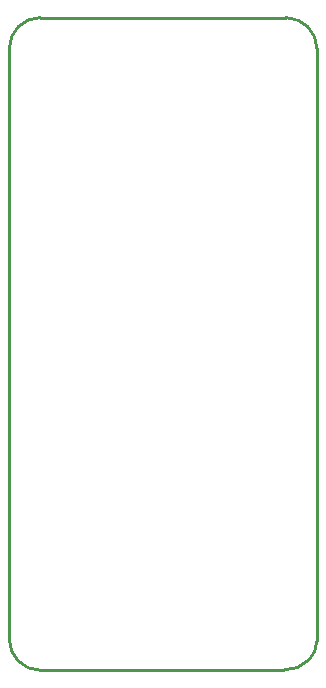
<source format=gko>
G04*
G04 #@! TF.GenerationSoftware,Altium Limited,Altium Designer,20.0.9 (164)*
G04*
G04 Layer_Color=16711935*
%FSLAX25Y25*%
%MOIN*%
G70*
G01*
G75*
%ADD12C,0.01000*%
D12*
X100000Y110243D02*
G03*
X103000Y103000I10243J0D01*
G01*
D02*
G03*
X110243Y100000I7243J7243D01*
G01*
X191550D02*
G03*
X200000Y103500I0J11950D01*
G01*
D02*
G03*
X202500Y109536I-6036J6036D01*
G01*
Y307257D02*
G03*
X199500Y314500I-10243J0D01*
G01*
D02*
G03*
X192257Y317500I-7243J-7243D01*
G01*
X110243D02*
G03*
X103000Y314500I0J-10243D01*
G01*
D02*
G03*
X100000Y307257I7243J-7243D01*
G01*
Y110243D02*
Y301000D01*
X110243Y100000D02*
X191550D01*
X202500Y109536D02*
Y307257D01*
X110243Y317500D02*
X192257D01*
X100000Y301000D02*
Y307257D01*
M02*

</source>
